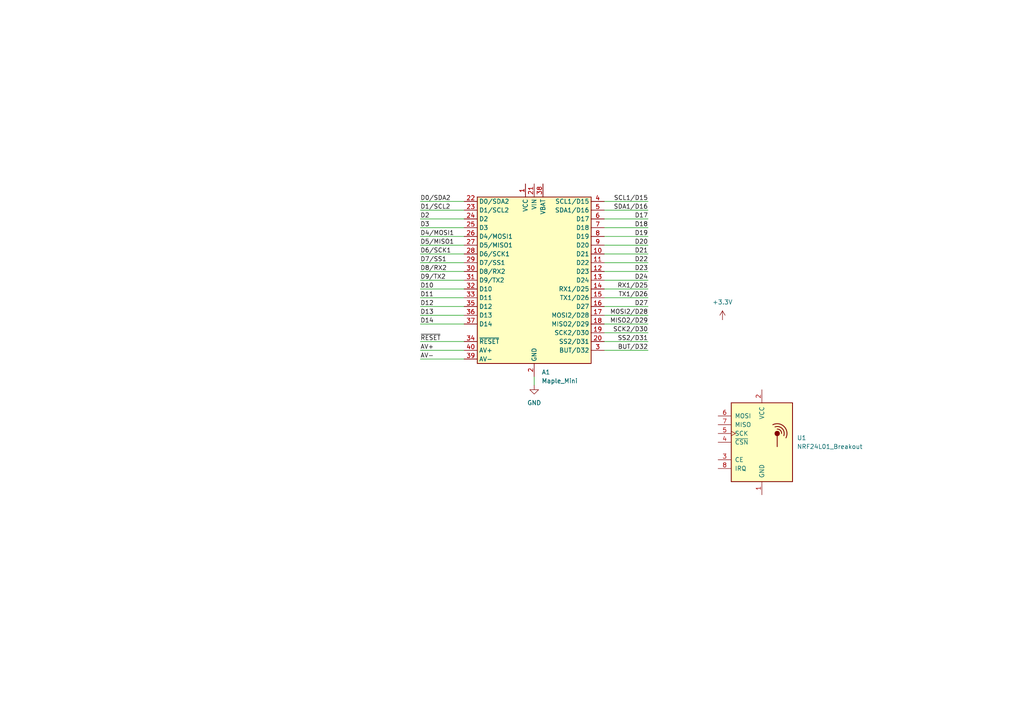
<source format=kicad_sch>
(kicad_sch (version 20250114) (generator "eeschema") (generator_version "9.0")
  (paper "A4")
  (lib_symbols
    (symbol "MCU_Module:Maple_Mini"
      (property "Reference" "A" (at -16.51 25.4 0))
      (property "Value" "Maple_Mini" (at 16.51 25.4 0))
      (symbol "Maple_Mini_0_1"
        (rectangle (start -16.51 24.13) (end 16.51 -24.13) (stroke (width 0.254)) (fill (type background)))
      )
      (symbol "Maple_Mini_1_1"
        (pin bidirectional line (at -20.32 22.86 0) (length 3.81) (name "D0/SDA2") (number "22"))
        (pin bidirectional line (at -20.32 20.32 0) (length 3.81) (name "D1/SCL2") (number "23"))
        (pin bidirectional line (at -20.32 17.78 0) (length 3.81) (name "D2") (number "24"))
        (pin bidirectional line (at -20.32 15.24 0) (length 3.81) (name "D3") (number "25"))
        (pin bidirectional line (at -20.32 12.7 0) (length 3.81) (name "D4/MOSI1") (number "26"))
        (pin bidirectional line (at -20.32 10.16 0) (length 3.81) (name "D5/MISO1") (number "27"))
        (pin bidirectional line (at -20.32 7.62 0) (length 3.81) (name "D6/SCK1") (number "28"))
        (pin bidirectional line (at -20.32 5.08 0) (length 3.81) (name "D7/SS1") (number "29"))
        (pin bidirectional line (at -20.32 2.54 0) (length 3.81) (name "D8/RX2") (number "30"))
        (pin bidirectional line (at -20.32 0 0) (length 3.81) (name "D9/TX2") (number "31"))
        (pin bidirectional line (at -20.32 -2.54 0) (length 3.81) (name "D10") (number "32"))
        (pin bidirectional line (at -20.32 -5.08 0) (length 3.81) (name "D11") (number "33"))
        (pin bidirectional line (at -20.32 -7.62 0) (length 3.81) (name "D12") (number "35"))
        (pin bidirectional line (at -20.32 -10.16 0) (length 3.81) (name "D13") (number "36"))
        (pin bidirectional line (at -20.32 -12.7 0) (length 3.81) (name "D14") (number "37"))
        (pin input line (at -20.32 -17.78 0) (length 3.81) (name "~{RESET}") (number "34"))
        (pin output line (at -20.32 -20.32 0) (length 3.81) (name "AV+") (number "40"))
        (pin output line (at -20.32 -22.86 0) (length 3.81) (name "AV-") (number "39"))
        (pin power_in line (at -2.54 27.94 270) (length 3.81) (name "VCC") (number "1"))
        (pin power_in line (at 0 27.94 270) (length 3.81) (name "VIN") (number "21"))
        (pin power_in line (at 0 -27.94 90) (length 3.81) (name "GND") (number "2"))
        (pin power_in line (at 2.54 27.94 270) (length 3.81) (name "VBAT") (number "38"))
        (pin bidirectional line (at 20.32 22.86 180) (length 3.81) (name "SCL1/D15") (number "4"))
        (pin bidirectional line (at 20.32 20.32 180) (length 3.81) (name "SDA1/D16") (number "5"))
        (pin bidirectional line (at 20.32 17.78 180) (length 3.81) (name "D17") (number "6"))
        (pin bidirectional line (at 20.32 15.24 180) (length 3.81) (name "D18") (number "7"))
        (pin bidirectional line (at 20.32 12.7 180) (length 3.81) (name "D19") (number "8"))
        (pin bidirectional line (at 20.32 10.16 180) (length 3.81) (name "D20") (number "9"))
        (pin bidirectional line (at 20.32 7.62 180) (length 3.81) (name "D21") (number "10"))
        (pin bidirectional line (at 20.32 5.08 180) (length 3.81) (name "D22") (number "11"))
        (pin bidirectional line (at 20.32 2.54 180) (length 3.81) (name "D23") (number "12"))
        (pin bidirectional line (at 20.32 0 180) (length 3.81) (name "D24") (number "13"))
        (pin bidirectional line (at 20.32 -2.54 180) (length 3.81) (name "RX1/D25") (number "14"))
        (pin bidirectional line (at 20.32 -5.08 180) (length 3.81) (name "TX1/D26") (number "15"))
        (pin bidirectional line (at 20.32 -7.62 180) (length 3.81) (name "D27") (number "16"))
        (pin bidirectional line (at 20.32 -10.16 180) (length 3.81) (name "MOSI2/D28") (number "17"))
        (pin bidirectional line (at 20.32 -12.7 180) (length 3.81) (name "MISO2/D29") (number "18"))
        (pin bidirectional line (at 20.32 -15.24 180) (length 3.81) (name "SCK2/D30") (number "19"))
        (pin bidirectional line (at 20.32 -17.78 180) (length 3.81) (name "SS2/D31") (number "20"))
        (pin bidirectional line (at 20.32 -20.32 180) (length 3.81) (name "BUT/D32") (number "3"))
      )
    )
    (symbol "RF:NRF24L01_Breakout" (pin_names (offset 1.016))
      (property "Reference" "U" (at -8.89 12.7 0))
      (property "Value" "NRF24L01_Breakout" (at 3.81 12.7 0))
      (symbol "NRF24L01_Breakout_0_1"
        (rectangle (start -8.89 11.43) (end 8.89 -11.43) (stroke (width 0.254)) (fill (type background)))
        (arc (start 3.175 5.08) (mid 6.453 4.548) (end 6.985 1.27) (stroke (width 0.254)))
        (circle (center 4.445 2.54) (radius 0.635) (stroke (width 0.254)) (fill (type outline)))
        (polyline (pts (xy 4.445 1.905) (xy 4.445 -1.27)) (stroke (width 0.254)))
        (arc (start 3.81 4.445) (mid 5.8835 3.9785) (end 6.35 1.905) (stroke (width 0.254)))
        (arc (start 4.445 3.81) (mid 5.3558 3.4508) (end 5.715 2.54) (stroke (width 0.254)))
      )
      (symbol "NRF24L01_Breakout_1_1"
        (pin input line (at -12.7 7.62 0) (length 3.81) (name "MOSI") (number "6"))
        (pin output line (at -12.7 5.08 0) (length 3.81) (name "MISO") (number "7"))
        (pin input clock (at -12.7 2.54 0) (length 3.81) (name "SCK") (number "5"))
        (pin input line (at -12.7 0 0) (length 3.81) (name "~{CSN}") (number "4"))
        (pin input line (at -12.7 -5.08 0) (length 3.81) (name "CE") (number "3"))
        (pin output line (at -12.7 -7.62 0) (length 3.81) (name "IRQ") (number "8"))
        (pin power_in line (at 0 15.24 270) (length 3.81) (name "VCC") (number "2"))
        (pin power_in line (at 0 -15.24 90) (length 3.81) (name "GND") (number "1"))
      )
    )
    (symbol "power:+3.3V" (power) (pin_numbers (hide yes)) (pin_names (offset 0) (hide yes))
      (property "Value" "+3.3V" (at 0 3.556 0))
      (symbol "+3.3V_0_1"
        (polyline (pts (xy -0.762 1.27) (xy 0 2.54)))
        (polyline (pts (xy 0 2.54) (xy 0.762 1.27)))
        (polyline (pts (xy 0 0) (xy 0 2.54)))
      )
      (symbol "+3.3V_1_1"
        (pin power_in line (at 0 0 90) (length 0) (name "~") (number "1"))
      )
    )
    (symbol "power:GND" (power) (pin_numbers (hide yes)) (pin_names (offset 0) (hide yes))
      (property "Value" "GND" (at 0 -3.81 0))
      (symbol "GND_0_1"
        (polyline (pts (xy 0 0) (xy 0 -1.27) (xy 1.27 -1.27) (xy 0 -2.54) (xy -1.27 -1.27) (xy 0 -1.27)))
      )
      (symbol "GND_1_1"
        (pin power_in line (at 0 0 270) (length 0) (name "~") (number "1"))
      )
    )
  )
  (wire (pts (xy 187.96 81.28) (xy 175.26 81.28)))
  (wire (pts (xy 121.92 101.6) (xy 134.62 101.6)))
  (wire (pts (xy 121.92 73.66) (xy 134.62 73.66)))
  (wire (pts (xy 121.92 99.06) (xy 134.62 99.06)))
  (wire (pts (xy 187.96 101.6) (xy 175.26 101.6)))
  (wire (pts (xy 121.92 66.04) (xy 134.62 66.04)))
  (wire (pts (xy 121.92 76.2) (xy 134.62 76.2)))
  (wire (pts (xy 121.92 78.74) (xy 134.62 78.74)))
  (wire (pts (xy 187.96 63.5) (xy 175.26 63.5)))
  (wire (pts (xy 121.92 60.96) (xy 134.62 60.96)))
  (wire (pts (xy 187.96 88.9) (xy 175.26 88.9)))
  (wire (pts (xy 121.92 88.9) (xy 134.62 88.9)))
  (wire (pts (xy 121.92 63.5) (xy 134.62 63.5)))
  (wire (pts (xy 121.92 91.44) (xy 134.62 91.44)))
  (wire (pts (xy 121.92 86.36) (xy 134.62 86.36)))
  (wire (pts (xy 121.92 58.42) (xy 134.62 58.42)))
  (wire (pts (xy 121.92 68.58) (xy 134.62 68.58)))
  (wire (pts (xy 121.92 93.98) (xy 134.62 93.98)))
  (wire (pts (xy 187.96 99.06) (xy 175.26 99.06)))
  (wire (pts (xy 187.96 73.66) (xy 175.26 73.66)))
  (wire (pts (xy 154.94 109.22) (xy 154.94 111.76)))
  (wire (pts (xy 187.96 93.98) (xy 175.26 93.98)))
  (wire (pts (xy 121.92 71.12) (xy 134.62 71.12)))
  (wire (pts (xy 187.96 83.82) (xy 175.26 83.82)))
  (wire (pts (xy 187.96 96.52) (xy 175.26 96.52)))
  (wire (pts (xy 121.92 83.82) (xy 134.62 83.82)))
  (wire (pts (xy 187.96 66.04) (xy 175.26 66.04)))
  (wire (pts (xy 187.96 60.96) (xy 175.26 60.96)))
  (wire (pts (xy 187.96 78.74) (xy 175.26 78.74)))
  (wire (pts (xy 121.92 81.28) (xy 134.62 81.28)))
  (wire (pts (xy 187.96 71.12) (xy 175.26 71.12)))
  (wire (pts (xy 187.96 68.58) (xy 175.26 68.58)))
  (wire (pts (xy 187.96 86.36) (xy 175.26 86.36)))
  (wire (pts (xy 121.92 104.14) (xy 134.62 104.14)))
  (wire (pts (xy 187.96 91.44) (xy 175.26 91.44)))
  (wire (pts (xy 187.96 58.42) (xy 175.26 58.42)))
  (wire (pts (xy 187.96 76.2) (xy 175.26 76.2)))
  (label "D17" (at 187.96 63.5 180))
  (label "D22" (at 187.96 76.2 180))
  (label "D20" (at 187.96 71.12 180))
  (label "D10" (at 121.92 83.82 0))
  (label "SS2/D31" (at 187.96 99.06 180))
  (label "D2" (at 121.92 63.5 0))
  (label "D9/TX2" (at 121.92 81.28 0))
  (label "D13" (at 121.92 91.44 0))
  (label "D18" (at 187.96 66.04 180))
  (label "D3" (at 121.92 66.04 0))
  (label "D8/RX2" (at 121.92 78.74 0))
  (label "AV+" (at 121.92 101.6 0))
  (label "D4/MOSI1" (at 121.92 68.58 0))
  (label "MISO2/D29" (at 187.96 93.98 180))
  (label "D7/SS1" (at 121.92 76.2 0))
  (label "D23" (at 187.96 78.74 180))
  (label "MOSI2/D28" (at 187.96 91.44 180))
  (label "D12" (at 121.92 88.9 0))
  (label "BUT/D32" (at 187.96 101.6 180))
  (label "D1/SCL2" (at 121.92 60.96 0))
  (label "D24" (at 187.96 81.28 180))
  (label "D19" (at 187.96 68.58 180))
  (label "D21" (at 187.96 73.66 180))
  (label "SCL1/D15" (at 187.96 58.42 180))
  (label "~{RESET}" (at 121.92 99.06 0))
  (label "D11" (at 121.92 86.36 0))
  (label "RX1/D25" (at 187.96 83.82 180))
  (label "D6/SCK1" (at 121.92 73.66 0))
  (label "D14" (at 121.92 93.98 0))
  (label "SDA1/D16" (at 187.96 60.96 180))
  (label "D5/MISO1" (at 121.92 71.12 0))
  (label "SCK2/D30" (at 187.96 96.52 180))
  (label "AV-" (at 121.92 104.14 0))
  (label "D27" (at 187.96 88.9 180))
  (label "TX1/D26" (at 187.96 86.36 180))
  (label "D0/SDA2" (at 121.92 58.42 0))
  (symbol (lib_id "power:GND") (at 154.94 111.76 0) (unit 1)
    (property "Reference" "#PWR01" (effects (hide yes)))
    (property "Value" "GND" (at 154.94 116.84 0))
    (property "Description" "Power symbol creates a global label with name \"GND\" , ground" (effects (hide yes)))
  )
  (symbol (lib_id "MCU_Module:Maple_Mini") (at 154.94 81.28 0) (unit 1)
    (property "Reference" "A1" (at 157.0833 107.95 0) (effects (justify left)))
    (property "Value" "Maple_Mini" (at 157.0833 110.49 0) (effects (justify left)))
    (property "Footprint" "Module:Maple_Mini" (effects (hide yes)))
    (property "Datasheet" "http://docs.leaflabs.com/static.leaflabs.com/pub/leaflabs/maple-docs/0.0.12/hardware/maple-mini.html" (effects (hide yes)))
    (property "Description" "Maple Mini Microcontroller Module by LeafLabs" (effects (hide yes)))
  )
  (symbol (lib_id "RF:NRF24L01_Breakout") (at 220.98 128.27 0) (unit 1)
    (property "Reference" "U1" (at 231.14 126.9999 0) (effects (justify left)))
    (property "Value" "NRF24L01_Breakout" (at 231.14 129.5399 0) (effects (justify left)))
    (property "Footprint" "RF_Module:nRF24L01_Breakout" (effects (hide yes)))
    (property "Datasheet" "http://www.nordicsemi.com/eng/content/download/2730/34105/file/nRF24L01_Product_Specification_v2_0.pdf" (effects (hide yes)))
    (property "Description" "Ultra low power 2.4GHz RF Transceiver, Carrier PCB" (effects (hide yes)))
  )
  (symbol (lib_id "power:+3.3V") (at 209.55 92.71 0) (unit 1)
    (property "Reference" "#PWR02" (effects (hide yes)))
    (property "Value" "+3.3V" (at 209.55 87.63 0))
    (property "Description" "Power symbol creates a global label with name \"+3.3V\"" (effects (hide yes)))
  )
)
</source>
